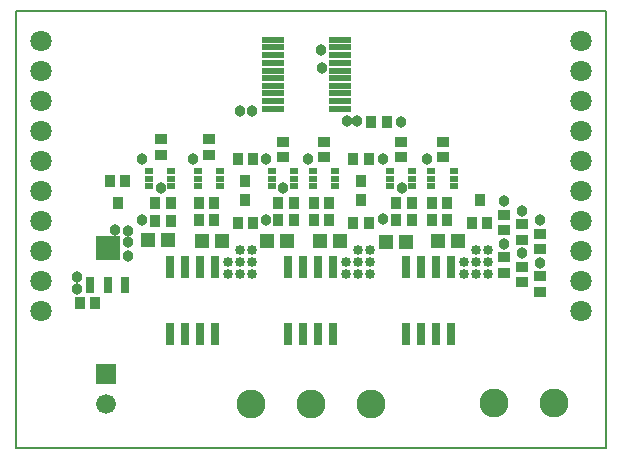
<source format=gbr>
%FSLAX23Y23*%
%MOIN*%
G04 EasyPC Gerber Version 15.0.4 Build 3016 *
%ADD97R,0.02883X0.05324*%
%ADD91R,0.03159X0.07490*%
%ADD90R,0.03356X0.04143*%
%ADD88R,0.04931X0.04537*%
%ADD94R,0.06600X0.06600*%
%ADD98R,0.08474X0.08474*%
%ADD10C,0.00500*%
%ADD87R,0.02569X0.02175*%
%ADD96R,0.07687X0.02175*%
%ADD85C,0.03356*%
%ADD86C,0.03800*%
%ADD95C,0.06600*%
%ADD92C,0.07100*%
%ADD89R,0.04143X0.03356*%
%ADD93C,0.09655*%
X0Y0D02*
D02*
D10*
X3Y1461D02*
Y4D01*
X1971*
Y1461*
X3*
D02*
D85*
X711Y585D03*
Y625D03*
X751Y585D03*
Y625D03*
Y664D03*
X790Y585D03*
Y625D03*
Y664D03*
X1105Y585D03*
Y625D03*
X1144Y585D03*
Y625D03*
Y664D03*
X1184Y585D03*
Y625D03*
Y664D03*
X1499Y585D03*
Y625D03*
X1538Y585D03*
Y625D03*
Y664D03*
X1577Y585D03*
Y625D03*
Y664D03*
D02*
D86*
X207Y536D03*
Y575D03*
X333Y733D03*
X377Y646D03*
Y690D03*
Y729D03*
X424Y764D03*
Y969D03*
X487Y871D03*
X593Y969D03*
X751Y1127D03*
X790D03*
X837Y764D03*
Y969D03*
X896Y871D03*
X979Y969D03*
X1022Y1333D03*
X1023Y1270D03*
X1108Y1095D03*
X1142Y1094D03*
X1227Y768D03*
Y969D03*
X1287Y1091D03*
X1290Y871D03*
X1373Y969D03*
X1632Y686D03*
Y827D03*
X1691Y654D03*
Y796D03*
X1751Y623D03*
Y764D03*
D02*
D87*
X447Y877D03*
Y902D03*
Y928D03*
X522Y877D03*
Y902D03*
Y928D03*
X611Y877D03*
Y902D03*
Y928D03*
X686Y877D03*
Y902D03*
Y928D03*
X857Y877D03*
Y902D03*
Y928D03*
X932Y877D03*
Y902D03*
Y928D03*
X995Y877D03*
Y902D03*
Y928D03*
X1069Y877D03*
Y902D03*
Y928D03*
X1251Y877D03*
Y902D03*
Y928D03*
X1325Y877D03*
Y902D03*
Y928D03*
X1388Y877D03*
Y902D03*
Y928D03*
X1463Y877D03*
Y902D03*
Y928D03*
D02*
D88*
X445Y697D03*
X512D03*
X625Y695D03*
X691D03*
X841D03*
X908D03*
X1018D03*
X1085D03*
X1239Y693D03*
X1306D03*
X1412Y695D03*
X1479D03*
D02*
D89*
X487Y983D03*
Y1034D03*
X648Y983D03*
Y1034D03*
X894Y975D03*
Y1026D03*
X1031Y974D03*
Y1025D03*
X1288Y974D03*
Y1025D03*
X1427Y974D03*
Y1025D03*
X1632Y589D03*
Y640D03*
Y731D03*
Y782D03*
X1691Y558D03*
Y609D03*
Y699D03*
Y751D03*
X1751Y526D03*
Y577D03*
Y668D03*
Y719D03*
D02*
D90*
X217Y489D03*
X268D03*
X318Y896D03*
X343Y821D03*
X369Y896D03*
X469Y762D03*
Y821D03*
X520Y762D03*
Y821D03*
X613Y764D03*
Y823D03*
X664Y764D03*
Y823D03*
X743Y756D03*
Y969D03*
X768Y831D03*
Y894D03*
X794Y756D03*
Y969D03*
X878Y764D03*
Y823D03*
X930Y764D03*
Y823D03*
X997Y764D03*
Y823D03*
X1048Y764D03*
Y823D03*
X1128Y756D03*
Y969D03*
X1154Y831D03*
Y894D03*
X1180Y756D03*
Y969D03*
X1189Y1093D03*
X1240D03*
X1272Y764D03*
Y823D03*
X1323Y764D03*
Y823D03*
X1390Y764D03*
Y823D03*
X1441Y764D03*
Y823D03*
X1524Y756D03*
X1550Y831D03*
X1575Y756D03*
D02*
D91*
X518Y386D03*
Y607D03*
X568Y386D03*
Y607D03*
X618Y386D03*
Y607D03*
X668Y386D03*
Y607D03*
X912Y386D03*
Y607D03*
X962Y386D03*
Y607D03*
X1012Y386D03*
Y607D03*
X1062Y386D03*
Y607D03*
X1305Y386D03*
Y607D03*
X1355Y386D03*
Y607D03*
X1405Y386D03*
Y607D03*
X1455Y386D03*
Y607D03*
D02*
D92*
X87Y460D03*
Y560D03*
Y660D03*
Y760D03*
Y860D03*
Y960D03*
Y1060D03*
Y1160D03*
Y1260D03*
Y1360D03*
X1887Y460D03*
Y560D03*
Y660D03*
Y760D03*
Y860D03*
Y960D03*
Y1060D03*
Y1160D03*
Y1260D03*
Y1360D03*
D02*
D93*
X787Y152D03*
X987D03*
X1187D03*
X1599Y154D03*
X1799D03*
D02*
D94*
X305Y250D03*
D02*
D95*
Y151D03*
D02*
D96*
X860Y1135D03*
Y1161D03*
Y1187D03*
Y1212D03*
Y1238D03*
Y1263D03*
Y1289D03*
Y1315D03*
Y1340D03*
Y1366D03*
X1084Y1135D03*
Y1161D03*
Y1187D03*
Y1212D03*
Y1238D03*
Y1263D03*
Y1289D03*
Y1315D03*
Y1340D03*
Y1366D03*
D02*
D97*
X251Y548D03*
X310D03*
X369D03*
D02*
D98*
X310Y670D03*
X0Y0D02*
M02*

</source>
